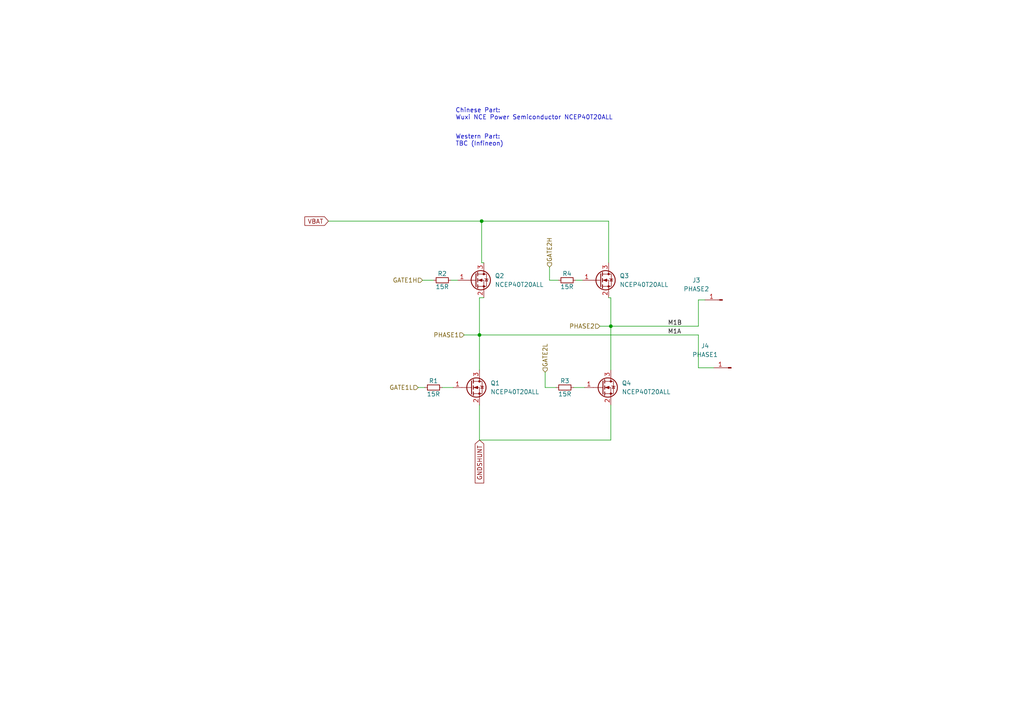
<source format=kicad_sch>
(kicad_sch (version 20210621) (generator eeschema)
  (paper "A4")
  (lib_symbols
    (symbol "Connector:Conn_01x01_Male" (pin_names (offset 1.016) hide)
      (property "Reference" "J" (at 0 2.54 0))
      (property "Value" "Conn_01x01_Male" (at 0 -2.54 0))
      (symbol "Conn_01x01_Male_1_1"
        (polyline (pts (xy 1.27 0) (xy 0.8636 0)) (stroke (width 0.1524)))
        (rectangle (start 0.8636 0.127) (end 0 -0.127) (stroke (width 0.1524)) (fill (type outline)))
        (pin passive line (at 5.08 0 180) (length 3.81) (name "Pin_1") (number "1"))
      )
    )
    (symbol "Device:R_Small" (pin_numbers hide) (pin_names (offset 0.254) hide)
      (property "Reference" "R" (at 0.762 0.508 0))
      (property "Value" "R_Small" (at 0.762 -1.016 0))
      (symbol "R_Small_0_1"
        (rectangle (start -0.762 1.778) (end 0.762 -1.778) (stroke (width 0.2032)))
      )
      (symbol "R_Small_1_1"
        (pin passive line (at 0 2.54 270) (length 0.762) (name "~") (number "1"))
        (pin passive line (at 0 -2.54 90) (length 0.762) (name "~") (number "2"))
      )
    )
    (symbol "Transistor_FET:IPT012N08N5" (pin_names hide)
      (property "Reference" "Q" (at 5.08 1.905 0))
      (property "Value" "IPT012N08N5" (at 5.08 0 0))
      (symbol "IPT012N08N5_0_1"
        (polyline (pts (xy 0.254 0) (xy -2.54 0)))
        (polyline (pts (xy 0.254 1.905) (xy 0.254 -1.905)) (stroke (width 0.254)))
        (polyline (pts (xy 0.762 -1.27) (xy 0.762 -2.286)) (stroke (width 0.254)))
        (polyline (pts (xy 0.762 0.508) (xy 0.762 -0.508)) (stroke (width 0.254)))
        (polyline (pts (xy 0.762 2.286) (xy 0.762 1.27)) (stroke (width 0.254)))
        (polyline (pts (xy 2.54 2.54) (xy 2.54 1.778)))
        (polyline (pts (xy 2.54 -2.54) (xy 2.54 0) (xy 0.762 0)))
        (polyline (pts (xy 0.762 -1.778) (xy 3.302 -1.778) (xy 3.302 1.778) (xy 0.762 1.778)))
        (polyline (pts (xy 1.016 0) (xy 2.032 0.381) (xy 2.032 -0.381) (xy 1.016 0)) (fill (type outline)))
        (polyline (pts (xy 2.794 0.508) (xy 2.921 0.381) (xy 3.683 0.381) (xy 3.81 0.254)))
        (polyline (pts (xy 3.302 0.381) (xy 2.921 -0.254) (xy 3.683 -0.254) (xy 3.302 0.381)))
        (circle (center 1.651 0) (radius 2.794) (stroke (width 0.254)))
        (circle (center 2.54 -1.778) (radius 0.254) (fill (type outline)))
        (circle (center 2.54 1.778) (radius 0.254) (fill (type outline)))
      )
      (symbol "IPT012N08N5_1_1"
        (pin input line (at -5.08 0 0) (length 2.54) (name "G") (number "1"))
        (pin passive line (at 2.54 -5.08 90) (length 2.54) (name "S") (number "2"))
        (pin passive line (at 2.54 5.08 270) (length 2.54) (name "D") (number "3"))
      )
    )
  )
  (junction (at 139.065 97.155))
  (junction (at 177.165 94.615))
  (junction (at 139.7 64.135))
  (wire (pts (xy 95.25 64.135) (xy 139.7 64.135)))
  (wire (pts (xy 121.285 112.395) (xy 123.19 112.395)))
  (wire (pts (xy 128.27 112.395) (xy 131.445 112.395)))
  (wire (pts (xy 202.565 97.155) (xy 202.565 106.68)))
  (wire (pts (xy 202.565 106.68) (xy 207.01 106.68)))
  (wire (pts (xy 139.065 127.635) (xy 177.165 127.635)))
  (wire (pts (xy 159.385 77.47) (xy 159.385 81.28)))
  (wire (pts (xy 167.005 81.28) (xy 168.91 81.28)))
  (wire (pts (xy 159.385 81.28) (xy 161.925 81.28)))
  (wire (pts (xy 177.165 94.615) (xy 177.165 86.36)))
  (wire (pts (xy 173.99 94.615) (xy 177.165 94.615)))
  (wire (pts (xy 176.53 64.135) (xy 139.7 64.135)))
  (wire (pts (xy 139.065 107.315) (xy 139.065 97.155)))
  (wire (pts (xy 177.165 94.615) (xy 202.565 94.615)))
  (wire (pts (xy 139.065 117.475) (xy 139.065 127.635)))
  (wire (pts (xy 139.7 64.135) (xy 139.7 76.2)))
  (wire (pts (xy 139.065 86.36) (xy 140.335 86.36)))
  (wire (pts (xy 130.81 81.28) (xy 132.715 81.28)))
  (wire (pts (xy 122.555 81.28) (xy 125.73 81.28)))
  (wire (pts (xy 177.165 86.36) (xy 176.53 86.36)))
  (wire (pts (xy 177.165 117.475) (xy 177.165 127.635)))
  (wire (pts (xy 139.7 76.2) (xy 140.335 76.2)))
  (wire (pts (xy 166.37 112.395) (xy 169.545 112.395)))
  (wire (pts (xy 158.115 112.395) (xy 161.29 112.395)))
  (wire (pts (xy 134.62 97.155) (xy 139.065 97.155)))
  (wire (pts (xy 158.115 107.95) (xy 158.115 112.395)))
  (wire (pts (xy 177.165 107.315) (xy 177.165 94.615)))
  (wire (pts (xy 202.565 86.995) (xy 202.565 94.615)))
  (wire (pts (xy 204.47 86.995) (xy 202.565 86.995)))
  (wire (pts (xy 176.53 76.2) (xy 176.53 64.135)))
  (wire (pts (xy 139.065 97.155) (xy 139.065 86.36)))
  (wire (pts (xy 139.065 97.155) (xy 202.565 97.155)))
  (text "Chinese Part:\nWuxi NCE Power Semiconductor NCEP40T20ALL" (at 132.08 34.925 0) (effects (font (size 1.27 1.27)) (justify left bottom)))
  (text "Western Part:\nTBC (Infineon)" (at 132.08 42.545 0) (effects (font (size 1.27 1.27)) (justify left bottom)))
  (label "M1B" (at 193.675 94.615 0))
  (label "M1A" (at 193.675 97.155 0))
  (global_label "GNDSHUNT" (shape input) (at 139.065 127.635 270) (property "Intersheet References" "${INTERSHEET_REFS}" (effects hide)))
  (global_label "VBAT" (shape input) (at 95.25 64.135 180) (property "Intersheet References" "${INTERSHEET_REFS}" (effects hide)))
  (hierarchical_label "PHASE1" (shape input) (at 134.62 97.155 180))
  (hierarchical_label "PHASE2" (shape input) (at 173.99 94.615 180))
  (hierarchical_label "GATE1H" (shape input) (at 122.555 81.28 180))
  (hierarchical_label "GATE2H" (shape input) (at 159.385 77.47 90))
  (hierarchical_label "GATE1L" (shape input) (at 121.285 112.395 180))
  (hierarchical_label "GATE2L" (shape input) (at 158.115 107.95 90))
  (symbol (lib_id "Transistor_FET:IPT012N08N5") (at 173.99 81.28 0)
    (property "Reference" "Q3" (at 179.705 80.0099 0) (effects (justify left)))
    (property "Value" "NCEP40T20ALL" (at 179.705 82.5499 0) (effects (justify left)))
    (property "Footprint" "Package_TO_SOT_SMD:Infineon_PG-HSOF-8-1_ThermalVias" (effects hide))
    (property "Datasheet" "http://www.infineon.com/dgdl/Infineon-IPT012N08N5-DS-v02_01-EN.pdf?fileId=5546d4624a75e5f1014aca59127a1eb9" (effects hide))
  )
  (symbol (lib_id "Transistor_FET:IPT012N08N5") (at 174.625 112.395 0)
    (property "Reference" "Q4" (at 180.34 111.1249 0) (effects (justify left)))
    (property "Value" "NCEP40T20ALL" (at 180.34 113.6649 0) (effects (justify left)))
    (property "Footprint" "Package_TO_SOT_SMD:Infineon_PG-HSOF-8-1_ThermalVias" (effects hide))
    (property "Datasheet" "http://www.infineon.com/dgdl/Infineon-IPT012N08N5-DS-v02_01-EN.pdf?fileId=5546d4624a75e5f1014aca59127a1eb9" (effects hide))
  )
  (symbol (lib_id "Connector:Conn_01x01_Male") (at 212.09 106.68 0) (mirror y)
    (property "Reference" "J4" (at 204.508 100.33 0))
    (property "Value" "PHASE1" (at 204.508 102.87 0))
    (property "Footprint" "featheresc:screw_lug_terminal" (effects hide))
  )
  (symbol (lib_id "Transistor_FET:IPT012N08N5") (at 137.795 81.28 0)
    (property "Reference" "Q2" (at 143.51 80.0099 0) (effects (justify left)))
    (property "Value" "NCEP40T20ALL" (at 143.51 82.5499 0) (effects (justify left)))
    (property "Footprint" "Package_TO_SOT_SMD:Infineon_PG-HSOF-8-1_ThermalVias" (effects hide))
    (property "Datasheet" "http://www.infineon.com/dgdl/Infineon-IPT012N08N5-DS-v02_01-EN.pdf?fileId=5546d4624a75e5f1014aca59127a1eb9" (effects hide))
  )
  (symbol (lib_id "Device:R_Small") (at 128.27 81.28 90)
    (property "Reference" "R2" (at 128.27 79.375 90))
    (property "Value" "15R" (at 128.27 83.185 90))
    (property "Footprint" "Resistor_THT:R_Axial_DIN0207_L6.3mm_D2.5mm_P15.24mm_Horizontal" (effects hide))
  )
  (symbol (lib_id "Device:R_Small") (at 164.465 81.28 90)
    (property "Reference" "R4" (at 164.465 79.375 90))
    (property "Value" "15R" (at 164.465 83.185 90))
    (property "Footprint" "Resistor_THT:R_Axial_DIN0207_L6.3mm_D2.5mm_P15.24mm_Horizontal" (effects hide))
  )
  (symbol (lib_id "Transistor_FET:IPT012N08N5") (at 136.525 112.395 0)
    (property "Reference" "Q1" (at 142.24 111.1249 0) (effects (justify left)))
    (property "Value" "NCEP40T20ALL" (at 142.24 113.6649 0) (effects (justify left)))
    (property "Footprint" "Package_TO_SOT_SMD:Infineon_PG-HSOF-8-1_ThermalVias" (effects hide))
    (property "Datasheet" "http://www.infineon.com/dgdl/Infineon-IPT012N08N5-DS-v02_01-EN.pdf?fileId=5546d4624a75e5f1014aca59127a1eb9" (effects hide))
  )
  (symbol (lib_id "Device:R_Small") (at 163.83 112.395 90)
    (property "Reference" "R3" (at 163.83 110.49 90))
    (property "Value" "15R" (at 163.83 114.3 90))
    (property "Footprint" "Resistor_THT:R_Axial_DIN0207_L6.3mm_D2.5mm_P15.24mm_Horizontal" (effects hide))
  )
  (symbol (lib_id "Connector:Conn_01x01_Male") (at 209.55 86.995 0) (mirror y)
    (property "Reference" "J3" (at 201.968 81.28 0))
    (property "Value" "PHASE2" (at 201.968 83.82 0))
    (property "Footprint" "featheresc:screw_lug_terminal" (effects hide))
  )
  (symbol (lib_id "Device:R_Small") (at 125.73 112.395 90)
    (property "Reference" "R1" (at 125.73 110.49 90))
    (property "Value" "15R" (at 125.73 114.3 90))
    (property "Footprint" "Resistor_THT:R_Axial_DIN0207_L6.3mm_D2.5mm_P15.24mm_Horizontal" (effects hide))
  )
)
</source>
